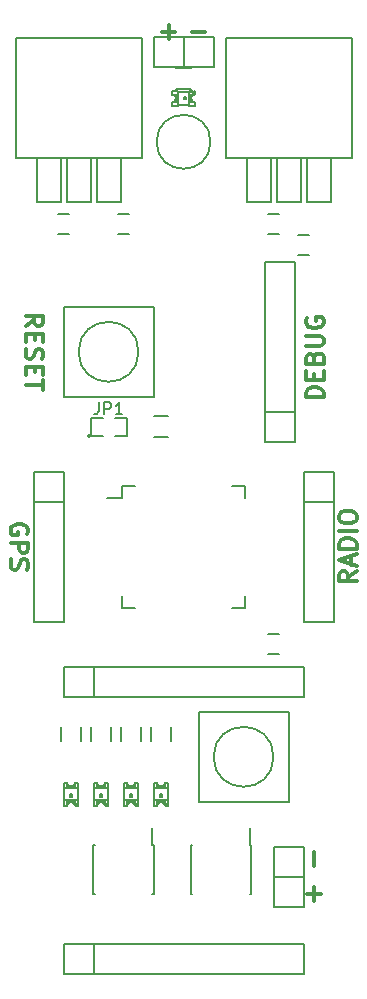
<source format=gto>
%FSLAX46Y46*%
G04 Gerber Fmt 4.6, Leading zero omitted, Abs format (unit mm)*
G04 Created by KiCad (PCBNEW (20140926 BZR5148)-product) date Fri 30 Jan 2015 11:25:53 AM CST*
%MOMM*%
G01*
G04 APERTURE LIST*
%ADD10C,0.100000*%
%ADD11C,0.300000*%
%ADD12C,0.150000*%
G04 APERTURE END LIST*
D10*
D11*
X163429143Y-114617428D02*
X163429143Y-113474571D01*
X163429143Y-117578000D02*
X163429143Y-116435143D01*
X164000571Y-117006572D02*
X162857714Y-117006572D01*
X153098572Y-44049143D02*
X154241429Y-44049143D01*
X150558572Y-44049143D02*
X151701429Y-44049143D01*
X151130000Y-44620571D02*
X151130000Y-43477714D01*
X164254571Y-74985143D02*
X162754571Y-74985143D01*
X162754571Y-74628000D01*
X162826000Y-74413715D01*
X162968857Y-74270857D01*
X163111714Y-74199429D01*
X163397429Y-74128000D01*
X163611714Y-74128000D01*
X163897429Y-74199429D01*
X164040286Y-74270857D01*
X164183143Y-74413715D01*
X164254571Y-74628000D01*
X164254571Y-74985143D01*
X163468857Y-73485143D02*
X163468857Y-72985143D01*
X164254571Y-72770857D02*
X164254571Y-73485143D01*
X162754571Y-73485143D01*
X162754571Y-72770857D01*
X163468857Y-71628000D02*
X163540286Y-71413714D01*
X163611714Y-71342286D01*
X163754571Y-71270857D01*
X163968857Y-71270857D01*
X164111714Y-71342286D01*
X164183143Y-71413714D01*
X164254571Y-71556572D01*
X164254571Y-72128000D01*
X162754571Y-72128000D01*
X162754571Y-71628000D01*
X162826000Y-71485143D01*
X162897429Y-71413714D01*
X163040286Y-71342286D01*
X163183143Y-71342286D01*
X163326000Y-71413714D01*
X163397429Y-71485143D01*
X163468857Y-71628000D01*
X163468857Y-72128000D01*
X162754571Y-70628000D02*
X163968857Y-70628000D01*
X164111714Y-70556572D01*
X164183143Y-70485143D01*
X164254571Y-70342286D01*
X164254571Y-70056572D01*
X164183143Y-69913714D01*
X164111714Y-69842286D01*
X163968857Y-69770857D01*
X162754571Y-69770857D01*
X162826000Y-68270857D02*
X162754571Y-68413714D01*
X162754571Y-68628000D01*
X162826000Y-68842285D01*
X162968857Y-68985143D01*
X163111714Y-69056571D01*
X163397429Y-69128000D01*
X163611714Y-69128000D01*
X163897429Y-69056571D01*
X164040286Y-68985143D01*
X164183143Y-68842285D01*
X164254571Y-68628000D01*
X164254571Y-68485143D01*
X164183143Y-68270857D01*
X164111714Y-68199428D01*
X163611714Y-68199428D01*
X163611714Y-68485143D01*
X139021429Y-68941429D02*
X139735714Y-68441429D01*
X139021429Y-68084286D02*
X140521429Y-68084286D01*
X140521429Y-68655714D01*
X140450000Y-68798572D01*
X140378571Y-68870000D01*
X140235714Y-68941429D01*
X140021429Y-68941429D01*
X139878571Y-68870000D01*
X139807143Y-68798572D01*
X139735714Y-68655714D01*
X139735714Y-68084286D01*
X139807143Y-69584286D02*
X139807143Y-70084286D01*
X139021429Y-70298572D02*
X139021429Y-69584286D01*
X140521429Y-69584286D01*
X140521429Y-70298572D01*
X139092857Y-70870000D02*
X139021429Y-71084286D01*
X139021429Y-71441429D01*
X139092857Y-71584286D01*
X139164286Y-71655715D01*
X139307143Y-71727143D01*
X139450000Y-71727143D01*
X139592857Y-71655715D01*
X139664286Y-71584286D01*
X139735714Y-71441429D01*
X139807143Y-71155715D01*
X139878571Y-71012857D01*
X139950000Y-70941429D01*
X140092857Y-70870000D01*
X140235714Y-70870000D01*
X140378571Y-70941429D01*
X140450000Y-71012857D01*
X140521429Y-71155715D01*
X140521429Y-71512857D01*
X140450000Y-71727143D01*
X139807143Y-72370000D02*
X139807143Y-72870000D01*
X139021429Y-73084286D02*
X139021429Y-72370000D01*
X140521429Y-72370000D01*
X140521429Y-73084286D01*
X140521429Y-73512857D02*
X140521429Y-74370000D01*
X139021429Y-73941429D02*
X140521429Y-73941429D01*
X139180000Y-86558572D02*
X139251429Y-86415715D01*
X139251429Y-86201429D01*
X139180000Y-85987144D01*
X139037143Y-85844286D01*
X138894286Y-85772858D01*
X138608571Y-85701429D01*
X138394286Y-85701429D01*
X138108571Y-85772858D01*
X137965714Y-85844286D01*
X137822857Y-85987144D01*
X137751429Y-86201429D01*
X137751429Y-86344286D01*
X137822857Y-86558572D01*
X137894286Y-86630001D01*
X138394286Y-86630001D01*
X138394286Y-86344286D01*
X137751429Y-87272858D02*
X139251429Y-87272858D01*
X139251429Y-87844286D01*
X139180000Y-87987144D01*
X139108571Y-88058572D01*
X138965714Y-88130001D01*
X138751429Y-88130001D01*
X138608571Y-88058572D01*
X138537143Y-87987144D01*
X138465714Y-87844286D01*
X138465714Y-87272858D01*
X137822857Y-88701429D02*
X137751429Y-88915715D01*
X137751429Y-89272858D01*
X137822857Y-89415715D01*
X137894286Y-89487144D01*
X138037143Y-89558572D01*
X138180000Y-89558572D01*
X138322857Y-89487144D01*
X138394286Y-89415715D01*
X138465714Y-89272858D01*
X138537143Y-88987144D01*
X138608571Y-88844286D01*
X138680000Y-88772858D01*
X138822857Y-88701429D01*
X138965714Y-88701429D01*
X139108571Y-88772858D01*
X139180000Y-88844286D01*
X139251429Y-88987144D01*
X139251429Y-89344286D01*
X139180000Y-89558572D01*
X167048571Y-89701428D02*
X166334286Y-90201428D01*
X167048571Y-90558571D02*
X165548571Y-90558571D01*
X165548571Y-89987143D01*
X165620000Y-89844285D01*
X165691429Y-89772857D01*
X165834286Y-89701428D01*
X166048571Y-89701428D01*
X166191429Y-89772857D01*
X166262857Y-89844285D01*
X166334286Y-89987143D01*
X166334286Y-90558571D01*
X166620000Y-89130000D02*
X166620000Y-88415714D01*
X167048571Y-89272857D02*
X165548571Y-88772857D01*
X167048571Y-88272857D01*
X167048571Y-87772857D02*
X165548571Y-87772857D01*
X165548571Y-87415714D01*
X165620000Y-87201429D01*
X165762857Y-87058571D01*
X165905714Y-86987143D01*
X166191429Y-86915714D01*
X166405714Y-86915714D01*
X166691429Y-86987143D01*
X166834286Y-87058571D01*
X166977143Y-87201429D01*
X167048571Y-87415714D01*
X167048571Y-87772857D01*
X167048571Y-86272857D02*
X165548571Y-86272857D01*
X165548571Y-85272857D02*
X165548571Y-84987143D01*
X165620000Y-84844285D01*
X165762857Y-84701428D01*
X166048571Y-84630000D01*
X166548571Y-84630000D01*
X166834286Y-84701428D01*
X166977143Y-84844285D01*
X167048571Y-84987143D01*
X167048571Y-85272857D01*
X166977143Y-85415714D01*
X166834286Y-85558571D01*
X166548571Y-85630000D01*
X166048571Y-85630000D01*
X165762857Y-85558571D01*
X165620000Y-85415714D01*
X165548571Y-85272857D01*
D12*
X161798000Y-76200000D02*
X161798000Y-63500000D01*
X161798000Y-63500000D02*
X159258000Y-63500000D01*
X159258000Y-63500000D02*
X159258000Y-76200000D01*
X161798000Y-78740000D02*
X161798000Y-76200000D01*
X161798000Y-76200000D02*
X159258000Y-76200000D01*
X161798000Y-78740000D02*
X159258000Y-78740000D01*
X159258000Y-78740000D02*
X159258000Y-76200000D01*
X159520000Y-96735000D02*
X160520000Y-96735000D01*
X160520000Y-95035000D02*
X159520000Y-95035000D01*
X147820000Y-59475000D02*
X146820000Y-59475000D01*
X146820000Y-61175000D02*
X147820000Y-61175000D01*
X162060000Y-62953000D02*
X163060000Y-62953000D01*
X163060000Y-61253000D02*
X162060000Y-61253000D01*
X159520000Y-61175000D02*
X160520000Y-61175000D01*
X160520000Y-59475000D02*
X159520000Y-59475000D01*
X141740000Y-61175000D02*
X142740000Y-61175000D01*
X142740000Y-59475000D02*
X141740000Y-59475000D01*
X150195280Y-109082840D02*
X149870160Y-109082840D01*
X149870160Y-109082840D02*
X149870160Y-109583220D01*
X150195280Y-109583220D02*
X149870160Y-109583220D01*
X150195280Y-109082840D02*
X150195280Y-109583220D01*
X150817580Y-109082840D02*
X150667720Y-109082840D01*
X150667720Y-109082840D02*
X150667720Y-109334300D01*
X150817580Y-109334300D02*
X150667720Y-109334300D01*
X150817580Y-109082840D02*
X150817580Y-109334300D01*
X150322280Y-109082840D02*
X150172420Y-109082840D01*
X150172420Y-109082840D02*
X150172420Y-109334300D01*
X150322280Y-109334300D02*
X150172420Y-109334300D01*
X150322280Y-109082840D02*
X150322280Y-109334300D01*
X150693120Y-109082840D02*
X150296880Y-109082840D01*
X150296880Y-109082840D02*
X150296880Y-109258100D01*
X150693120Y-109258100D02*
X150296880Y-109258100D01*
X150693120Y-109082840D02*
X150693120Y-109258100D01*
X150195280Y-107586780D02*
X149870160Y-107586780D01*
X149870160Y-107586780D02*
X149870160Y-108087160D01*
X150195280Y-108087160D02*
X149870160Y-108087160D01*
X150195280Y-107586780D02*
X150195280Y-108087160D01*
X151119840Y-107586780D02*
X150794720Y-107586780D01*
X150794720Y-107586780D02*
X150794720Y-108087160D01*
X151119840Y-108087160D02*
X150794720Y-108087160D01*
X151119840Y-107586780D02*
X151119840Y-108087160D01*
X150322280Y-107835700D02*
X150172420Y-107835700D01*
X150172420Y-107835700D02*
X150172420Y-108087160D01*
X150322280Y-108087160D02*
X150172420Y-108087160D01*
X150322280Y-107835700D02*
X150322280Y-108087160D01*
X150817580Y-107835700D02*
X150667720Y-107835700D01*
X150667720Y-107835700D02*
X150667720Y-108087160D01*
X150817580Y-108087160D02*
X150667720Y-108087160D01*
X150817580Y-107835700D02*
X150817580Y-108087160D01*
X150693120Y-107911900D02*
X150296880Y-107911900D01*
X150296880Y-107911900D02*
X150296880Y-108087160D01*
X150693120Y-108087160D02*
X150296880Y-108087160D01*
X150693120Y-107911900D02*
X150693120Y-108087160D01*
X150594060Y-108585000D02*
X150395940Y-108585000D01*
X150395940Y-108585000D02*
X150395940Y-108783120D01*
X150594060Y-108783120D02*
X150395940Y-108783120D01*
X150594060Y-108585000D02*
X150594060Y-108783120D01*
X151094440Y-109082840D02*
X150794720Y-109082840D01*
X150794720Y-109082840D02*
X150794720Y-109382560D01*
X151094440Y-109382560D02*
X150794720Y-109382560D01*
X151094440Y-109082840D02*
X151094440Y-109382560D01*
X151119840Y-109509560D02*
X150893780Y-109509560D01*
X150893780Y-109509560D02*
X150893780Y-109583220D01*
X151119840Y-109583220D02*
X150893780Y-109583220D01*
X151119840Y-109509560D02*
X151119840Y-109583220D01*
X149920960Y-109108240D02*
X149920960Y-108061760D01*
X151069040Y-108087160D02*
X151069040Y-109509560D01*
X151016422Y-109433360D02*
G75*
G03X151016422Y-109433360I-71842J0D01*
G74*
G01*
X150842980Y-109583220D02*
G75*
G03X150147020Y-109583220I-347980J0D01*
G74*
G01*
X150147020Y-107586780D02*
G75*
G03X150842980Y-107586780I347980J0D01*
G74*
G01*
X147655280Y-109082840D02*
X147330160Y-109082840D01*
X147330160Y-109082840D02*
X147330160Y-109583220D01*
X147655280Y-109583220D02*
X147330160Y-109583220D01*
X147655280Y-109082840D02*
X147655280Y-109583220D01*
X148277580Y-109082840D02*
X148127720Y-109082840D01*
X148127720Y-109082840D02*
X148127720Y-109334300D01*
X148277580Y-109334300D02*
X148127720Y-109334300D01*
X148277580Y-109082840D02*
X148277580Y-109334300D01*
X147782280Y-109082840D02*
X147632420Y-109082840D01*
X147632420Y-109082840D02*
X147632420Y-109334300D01*
X147782280Y-109334300D02*
X147632420Y-109334300D01*
X147782280Y-109082840D02*
X147782280Y-109334300D01*
X148153120Y-109082840D02*
X147756880Y-109082840D01*
X147756880Y-109082840D02*
X147756880Y-109258100D01*
X148153120Y-109258100D02*
X147756880Y-109258100D01*
X148153120Y-109082840D02*
X148153120Y-109258100D01*
X147655280Y-107586780D02*
X147330160Y-107586780D01*
X147330160Y-107586780D02*
X147330160Y-108087160D01*
X147655280Y-108087160D02*
X147330160Y-108087160D01*
X147655280Y-107586780D02*
X147655280Y-108087160D01*
X148579840Y-107586780D02*
X148254720Y-107586780D01*
X148254720Y-107586780D02*
X148254720Y-108087160D01*
X148579840Y-108087160D02*
X148254720Y-108087160D01*
X148579840Y-107586780D02*
X148579840Y-108087160D01*
X147782280Y-107835700D02*
X147632420Y-107835700D01*
X147632420Y-107835700D02*
X147632420Y-108087160D01*
X147782280Y-108087160D02*
X147632420Y-108087160D01*
X147782280Y-107835700D02*
X147782280Y-108087160D01*
X148277580Y-107835700D02*
X148127720Y-107835700D01*
X148127720Y-107835700D02*
X148127720Y-108087160D01*
X148277580Y-108087160D02*
X148127720Y-108087160D01*
X148277580Y-107835700D02*
X148277580Y-108087160D01*
X148153120Y-107911900D02*
X147756880Y-107911900D01*
X147756880Y-107911900D02*
X147756880Y-108087160D01*
X148153120Y-108087160D02*
X147756880Y-108087160D01*
X148153120Y-107911900D02*
X148153120Y-108087160D01*
X148054060Y-108585000D02*
X147855940Y-108585000D01*
X147855940Y-108585000D02*
X147855940Y-108783120D01*
X148054060Y-108783120D02*
X147855940Y-108783120D01*
X148054060Y-108585000D02*
X148054060Y-108783120D01*
X148554440Y-109082840D02*
X148254720Y-109082840D01*
X148254720Y-109082840D02*
X148254720Y-109382560D01*
X148554440Y-109382560D02*
X148254720Y-109382560D01*
X148554440Y-109082840D02*
X148554440Y-109382560D01*
X148579840Y-109509560D02*
X148353780Y-109509560D01*
X148353780Y-109509560D02*
X148353780Y-109583220D01*
X148579840Y-109583220D02*
X148353780Y-109583220D01*
X148579840Y-109509560D02*
X148579840Y-109583220D01*
X147380960Y-109108240D02*
X147380960Y-108061760D01*
X148529040Y-108087160D02*
X148529040Y-109509560D01*
X148476422Y-109433360D02*
G75*
G03X148476422Y-109433360I-71842J0D01*
G74*
G01*
X148302980Y-109583220D02*
G75*
G03X147607020Y-109583220I-347980J0D01*
G74*
G01*
X147607020Y-107586780D02*
G75*
G03X148302980Y-107586780I347980J0D01*
G74*
G01*
X145115280Y-109082840D02*
X144790160Y-109082840D01*
X144790160Y-109082840D02*
X144790160Y-109583220D01*
X145115280Y-109583220D02*
X144790160Y-109583220D01*
X145115280Y-109082840D02*
X145115280Y-109583220D01*
X145737580Y-109082840D02*
X145587720Y-109082840D01*
X145587720Y-109082840D02*
X145587720Y-109334300D01*
X145737580Y-109334300D02*
X145587720Y-109334300D01*
X145737580Y-109082840D02*
X145737580Y-109334300D01*
X145242280Y-109082840D02*
X145092420Y-109082840D01*
X145092420Y-109082840D02*
X145092420Y-109334300D01*
X145242280Y-109334300D02*
X145092420Y-109334300D01*
X145242280Y-109082840D02*
X145242280Y-109334300D01*
X145613120Y-109082840D02*
X145216880Y-109082840D01*
X145216880Y-109082840D02*
X145216880Y-109258100D01*
X145613120Y-109258100D02*
X145216880Y-109258100D01*
X145613120Y-109082840D02*
X145613120Y-109258100D01*
X145115280Y-107586780D02*
X144790160Y-107586780D01*
X144790160Y-107586780D02*
X144790160Y-108087160D01*
X145115280Y-108087160D02*
X144790160Y-108087160D01*
X145115280Y-107586780D02*
X145115280Y-108087160D01*
X146039840Y-107586780D02*
X145714720Y-107586780D01*
X145714720Y-107586780D02*
X145714720Y-108087160D01*
X146039840Y-108087160D02*
X145714720Y-108087160D01*
X146039840Y-107586780D02*
X146039840Y-108087160D01*
X145242280Y-107835700D02*
X145092420Y-107835700D01*
X145092420Y-107835700D02*
X145092420Y-108087160D01*
X145242280Y-108087160D02*
X145092420Y-108087160D01*
X145242280Y-107835700D02*
X145242280Y-108087160D01*
X145737580Y-107835700D02*
X145587720Y-107835700D01*
X145587720Y-107835700D02*
X145587720Y-108087160D01*
X145737580Y-108087160D02*
X145587720Y-108087160D01*
X145737580Y-107835700D02*
X145737580Y-108087160D01*
X145613120Y-107911900D02*
X145216880Y-107911900D01*
X145216880Y-107911900D02*
X145216880Y-108087160D01*
X145613120Y-108087160D02*
X145216880Y-108087160D01*
X145613120Y-107911900D02*
X145613120Y-108087160D01*
X145514060Y-108585000D02*
X145315940Y-108585000D01*
X145315940Y-108585000D02*
X145315940Y-108783120D01*
X145514060Y-108783120D02*
X145315940Y-108783120D01*
X145514060Y-108585000D02*
X145514060Y-108783120D01*
X146014440Y-109082840D02*
X145714720Y-109082840D01*
X145714720Y-109082840D02*
X145714720Y-109382560D01*
X146014440Y-109382560D02*
X145714720Y-109382560D01*
X146014440Y-109082840D02*
X146014440Y-109382560D01*
X146039840Y-109509560D02*
X145813780Y-109509560D01*
X145813780Y-109509560D02*
X145813780Y-109583220D01*
X146039840Y-109583220D02*
X145813780Y-109583220D01*
X146039840Y-109509560D02*
X146039840Y-109583220D01*
X144840960Y-109108240D02*
X144840960Y-108061760D01*
X145989040Y-108087160D02*
X145989040Y-109509560D01*
X145936422Y-109433360D02*
G75*
G03X145936422Y-109433360I-71842J0D01*
G74*
G01*
X145762980Y-109583220D02*
G75*
G03X145067020Y-109583220I-347980J0D01*
G74*
G01*
X145067020Y-107586780D02*
G75*
G03X145762980Y-107586780I347980J0D01*
G74*
G01*
X142575280Y-109082840D02*
X142250160Y-109082840D01*
X142250160Y-109082840D02*
X142250160Y-109583220D01*
X142575280Y-109583220D02*
X142250160Y-109583220D01*
X142575280Y-109082840D02*
X142575280Y-109583220D01*
X143197580Y-109082840D02*
X143047720Y-109082840D01*
X143047720Y-109082840D02*
X143047720Y-109334300D01*
X143197580Y-109334300D02*
X143047720Y-109334300D01*
X143197580Y-109082840D02*
X143197580Y-109334300D01*
X142702280Y-109082840D02*
X142552420Y-109082840D01*
X142552420Y-109082840D02*
X142552420Y-109334300D01*
X142702280Y-109334300D02*
X142552420Y-109334300D01*
X142702280Y-109082840D02*
X142702280Y-109334300D01*
X143073120Y-109082840D02*
X142676880Y-109082840D01*
X142676880Y-109082840D02*
X142676880Y-109258100D01*
X143073120Y-109258100D02*
X142676880Y-109258100D01*
X143073120Y-109082840D02*
X143073120Y-109258100D01*
X142575280Y-107586780D02*
X142250160Y-107586780D01*
X142250160Y-107586780D02*
X142250160Y-108087160D01*
X142575280Y-108087160D02*
X142250160Y-108087160D01*
X142575280Y-107586780D02*
X142575280Y-108087160D01*
X143499840Y-107586780D02*
X143174720Y-107586780D01*
X143174720Y-107586780D02*
X143174720Y-108087160D01*
X143499840Y-108087160D02*
X143174720Y-108087160D01*
X143499840Y-107586780D02*
X143499840Y-108087160D01*
X142702280Y-107835700D02*
X142552420Y-107835700D01*
X142552420Y-107835700D02*
X142552420Y-108087160D01*
X142702280Y-108087160D02*
X142552420Y-108087160D01*
X142702280Y-107835700D02*
X142702280Y-108087160D01*
X143197580Y-107835700D02*
X143047720Y-107835700D01*
X143047720Y-107835700D02*
X143047720Y-108087160D01*
X143197580Y-108087160D02*
X143047720Y-108087160D01*
X143197580Y-107835700D02*
X143197580Y-108087160D01*
X143073120Y-107911900D02*
X142676880Y-107911900D01*
X142676880Y-107911900D02*
X142676880Y-108087160D01*
X143073120Y-108087160D02*
X142676880Y-108087160D01*
X143073120Y-107911900D02*
X143073120Y-108087160D01*
X142974060Y-108585000D02*
X142775940Y-108585000D01*
X142775940Y-108585000D02*
X142775940Y-108783120D01*
X142974060Y-108783120D02*
X142775940Y-108783120D01*
X142974060Y-108585000D02*
X142974060Y-108783120D01*
X143474440Y-109082840D02*
X143174720Y-109082840D01*
X143174720Y-109082840D02*
X143174720Y-109382560D01*
X143474440Y-109382560D02*
X143174720Y-109382560D01*
X143474440Y-109082840D02*
X143474440Y-109382560D01*
X143499840Y-109509560D02*
X143273780Y-109509560D01*
X143273780Y-109509560D02*
X143273780Y-109583220D01*
X143499840Y-109583220D02*
X143273780Y-109583220D01*
X143499840Y-109509560D02*
X143499840Y-109583220D01*
X142300960Y-109108240D02*
X142300960Y-108061760D01*
X143449040Y-108087160D02*
X143449040Y-109509560D01*
X143396422Y-109433360D02*
G75*
G03X143396422Y-109433360I-71842J0D01*
G74*
G01*
X143222980Y-109583220D02*
G75*
G03X142527020Y-109583220I-347980J0D01*
G74*
G01*
X142527020Y-107586780D02*
G75*
G03X143222980Y-107586780I347980J0D01*
G74*
G01*
X152897840Y-49956720D02*
X152897840Y-50281840D01*
X152897840Y-50281840D02*
X153398220Y-50281840D01*
X153398220Y-49956720D02*
X153398220Y-50281840D01*
X152897840Y-49956720D02*
X153398220Y-49956720D01*
X152897840Y-49334420D02*
X152897840Y-49484280D01*
X152897840Y-49484280D02*
X153149300Y-49484280D01*
X153149300Y-49334420D02*
X153149300Y-49484280D01*
X152897840Y-49334420D02*
X153149300Y-49334420D01*
X152897840Y-49829720D02*
X152897840Y-49979580D01*
X152897840Y-49979580D02*
X153149300Y-49979580D01*
X153149300Y-49829720D02*
X153149300Y-49979580D01*
X152897840Y-49829720D02*
X153149300Y-49829720D01*
X152897840Y-49458880D02*
X152897840Y-49855120D01*
X152897840Y-49855120D02*
X153073100Y-49855120D01*
X153073100Y-49458880D02*
X153073100Y-49855120D01*
X152897840Y-49458880D02*
X153073100Y-49458880D01*
X151401780Y-49956720D02*
X151401780Y-50281840D01*
X151401780Y-50281840D02*
X151902160Y-50281840D01*
X151902160Y-49956720D02*
X151902160Y-50281840D01*
X151401780Y-49956720D02*
X151902160Y-49956720D01*
X151401780Y-49032160D02*
X151401780Y-49357280D01*
X151401780Y-49357280D02*
X151902160Y-49357280D01*
X151902160Y-49032160D02*
X151902160Y-49357280D01*
X151401780Y-49032160D02*
X151902160Y-49032160D01*
X151650700Y-49829720D02*
X151650700Y-49979580D01*
X151650700Y-49979580D02*
X151902160Y-49979580D01*
X151902160Y-49829720D02*
X151902160Y-49979580D01*
X151650700Y-49829720D02*
X151902160Y-49829720D01*
X151650700Y-49334420D02*
X151650700Y-49484280D01*
X151650700Y-49484280D02*
X151902160Y-49484280D01*
X151902160Y-49334420D02*
X151902160Y-49484280D01*
X151650700Y-49334420D02*
X151902160Y-49334420D01*
X151726900Y-49458880D02*
X151726900Y-49855120D01*
X151726900Y-49855120D02*
X151902160Y-49855120D01*
X151902160Y-49458880D02*
X151902160Y-49855120D01*
X151726900Y-49458880D02*
X151902160Y-49458880D01*
X152400000Y-49557940D02*
X152400000Y-49756060D01*
X152400000Y-49756060D02*
X152598120Y-49756060D01*
X152598120Y-49557940D02*
X152598120Y-49756060D01*
X152400000Y-49557940D02*
X152598120Y-49557940D01*
X152897840Y-49057560D02*
X152897840Y-49357280D01*
X152897840Y-49357280D02*
X153197560Y-49357280D01*
X153197560Y-49057560D02*
X153197560Y-49357280D01*
X152897840Y-49057560D02*
X153197560Y-49057560D01*
X153324560Y-49032160D02*
X153324560Y-49258220D01*
X153324560Y-49258220D02*
X153398220Y-49258220D01*
X153398220Y-49032160D02*
X153398220Y-49258220D01*
X153324560Y-49032160D02*
X153398220Y-49032160D01*
X152923240Y-50231040D02*
X151876760Y-50231040D01*
X151902160Y-49082960D02*
X153324560Y-49082960D01*
X153320202Y-49207420D02*
G75*
G03X153320202Y-49207420I-71842J0D01*
G74*
G01*
X153398220Y-49309020D02*
G75*
G03X153398220Y-50004980I0J-347980D01*
G74*
G01*
X151401780Y-50004980D02*
G75*
G03X151401780Y-49309020I0J347980D01*
G74*
G01*
X144526000Y-78232000D02*
G75*
G03X144526000Y-78232000I-127000J0D01*
G74*
G01*
X145542000Y-78232000D02*
X144526000Y-78232000D01*
X144526000Y-78232000D02*
X144526000Y-76708000D01*
X144526000Y-76708000D02*
X145542000Y-76708000D01*
X146558000Y-76708000D02*
X147574000Y-76708000D01*
X147574000Y-76708000D02*
X147574000Y-78232000D01*
X147574000Y-78232000D02*
X146558000Y-78232000D01*
X152400000Y-46990000D02*
X152400000Y-44450000D01*
X149860000Y-46990000D02*
X149860000Y-44450000D01*
X149860000Y-44450000D02*
X152400000Y-44450000D01*
X152400000Y-44450000D02*
X154940000Y-44450000D01*
X154940000Y-44450000D02*
X154940000Y-46990000D01*
X154940000Y-46990000D02*
X149860000Y-46990000D01*
X162560000Y-115570000D02*
X160020000Y-115570000D01*
X162560000Y-118110000D02*
X160020000Y-118110000D01*
X160020000Y-118110000D02*
X160020000Y-115570000D01*
X160020000Y-115570000D02*
X160020000Y-113030000D01*
X160020000Y-113030000D02*
X162560000Y-113030000D01*
X162560000Y-113030000D02*
X162560000Y-118110000D01*
X144780000Y-123825000D02*
X162560000Y-123825000D01*
X162560000Y-123825000D02*
X162560000Y-121285000D01*
X162560000Y-121285000D02*
X144780000Y-121285000D01*
X142240000Y-123825000D02*
X144780000Y-123825000D01*
X144780000Y-123825000D02*
X144780000Y-121285000D01*
X142240000Y-123825000D02*
X142240000Y-121285000D01*
X142240000Y-121285000D02*
X144780000Y-121285000D01*
X149895000Y-112860000D02*
X149750000Y-112860000D01*
X149895000Y-117010000D02*
X149750000Y-117010000D01*
X144745000Y-117010000D02*
X144890000Y-117010000D01*
X144745000Y-112860000D02*
X144890000Y-112860000D01*
X149895000Y-112860000D02*
X149895000Y-117010000D01*
X144745000Y-112860000D02*
X144745000Y-117010000D01*
X149750000Y-112860000D02*
X149750000Y-111460000D01*
X158150000Y-112860000D02*
X158005000Y-112860000D01*
X158150000Y-117010000D02*
X158005000Y-117010000D01*
X153000000Y-117010000D02*
X153145000Y-117010000D01*
X153000000Y-112860000D02*
X153145000Y-112860000D01*
X158150000Y-112860000D02*
X158150000Y-117010000D01*
X153000000Y-112860000D02*
X153000000Y-117010000D01*
X158005000Y-112860000D02*
X158005000Y-111460000D01*
X149620000Y-104105000D02*
X149620000Y-102905000D01*
X151370000Y-102905000D02*
X151370000Y-104105000D01*
X147080000Y-104105000D02*
X147080000Y-102905000D01*
X148830000Y-102905000D02*
X148830000Y-104105000D01*
X144540000Y-104105000D02*
X144540000Y-102905000D01*
X146290000Y-102905000D02*
X146290000Y-104105000D01*
X142000000Y-104105000D02*
X142000000Y-102905000D01*
X143750000Y-102905000D02*
X143750000Y-104105000D01*
X151095000Y-78345000D02*
X149895000Y-78345000D01*
X149895000Y-76595000D02*
X151095000Y-76595000D01*
X153000000Y-48881000D02*
X151800000Y-48881000D01*
X151800000Y-47131000D02*
X153000000Y-47131000D01*
X160020000Y-105410000D02*
G75*
G03X160020000Y-105410000I-2540000J0D01*
G74*
G01*
X153670000Y-101600000D02*
X161290000Y-101600000D01*
X161290000Y-101600000D02*
X161290000Y-109220000D01*
X161290000Y-109220000D02*
X153670000Y-109220000D01*
X153670000Y-101600000D02*
X153670000Y-109220000D01*
X148590000Y-71120000D02*
G75*
G03X148590000Y-71120000I-2540000J0D01*
G74*
G01*
X142240000Y-67310000D02*
X149860000Y-67310000D01*
X149860000Y-67310000D02*
X149860000Y-74930000D01*
X149860000Y-74930000D02*
X142240000Y-74930000D01*
X142240000Y-67310000D02*
X142240000Y-74930000D01*
X147225000Y-82455000D02*
X147225000Y-83505000D01*
X157575000Y-82455000D02*
X157575000Y-83505000D01*
X157575000Y-92805000D02*
X157575000Y-91755000D01*
X147225000Y-92805000D02*
X147225000Y-91755000D01*
X147225000Y-82455000D02*
X148275000Y-82455000D01*
X147225000Y-92805000D02*
X148275000Y-92805000D01*
X157575000Y-92805000D02*
X156525000Y-92805000D01*
X157575000Y-82455000D02*
X156525000Y-82455000D01*
X147225000Y-83505000D02*
X145950000Y-83505000D01*
X145034000Y-54737000D02*
X145034000Y-58420000D01*
X145034000Y-58420000D02*
X147066000Y-58420000D01*
X147066000Y-58420000D02*
X147066000Y-54737000D01*
X142494000Y-54737000D02*
X142494000Y-58420000D01*
X142494000Y-58420000D02*
X144526000Y-58420000D01*
X144526000Y-58420000D02*
X144526000Y-54737000D01*
X139954000Y-54737000D02*
X139954000Y-58420000D01*
X139954000Y-58420000D02*
X141986000Y-58420000D01*
X141986000Y-58420000D02*
X141986000Y-54737000D01*
X138176000Y-54737000D02*
X148844000Y-54737000D01*
X148844000Y-54737000D02*
X148844000Y-44577000D01*
X148844000Y-44577000D02*
X138176000Y-44577000D01*
X138176000Y-44577000D02*
X138176000Y-54737000D01*
X162814000Y-54737000D02*
X162814000Y-58420000D01*
X162814000Y-58420000D02*
X164846000Y-58420000D01*
X164846000Y-58420000D02*
X164846000Y-54737000D01*
X160274000Y-54737000D02*
X160274000Y-58420000D01*
X160274000Y-58420000D02*
X162306000Y-58420000D01*
X162306000Y-58420000D02*
X162306000Y-54737000D01*
X157734000Y-54737000D02*
X157734000Y-58420000D01*
X157734000Y-58420000D02*
X159766000Y-58420000D01*
X159766000Y-58420000D02*
X159766000Y-54737000D01*
X155956000Y-54737000D02*
X166624000Y-54737000D01*
X166624000Y-54737000D02*
X166624000Y-44577000D01*
X166624000Y-44577000D02*
X155956000Y-44577000D01*
X155956000Y-44577000D02*
X155956000Y-54737000D01*
X139700000Y-83820000D02*
X139700000Y-93980000D01*
X139700000Y-93980000D02*
X142240000Y-93980000D01*
X142240000Y-93980000D02*
X142240000Y-83820000D01*
X139700000Y-81280000D02*
X139700000Y-83820000D01*
X139700000Y-83820000D02*
X142240000Y-83820000D01*
X139700000Y-81280000D02*
X142240000Y-81280000D01*
X142240000Y-81280000D02*
X142240000Y-83820000D01*
X162560000Y-83820000D02*
X162560000Y-93980000D01*
X162560000Y-93980000D02*
X165100000Y-93980000D01*
X165100000Y-93980000D02*
X165100000Y-83820000D01*
X162560000Y-81280000D02*
X162560000Y-83820000D01*
X162560000Y-83820000D02*
X165100000Y-83820000D01*
X162560000Y-81280000D02*
X165100000Y-81280000D01*
X165100000Y-81280000D02*
X165100000Y-83820000D01*
X144780000Y-100330000D02*
X162560000Y-100330000D01*
X162560000Y-100330000D02*
X162560000Y-97790000D01*
X162560000Y-97790000D02*
X144780000Y-97790000D01*
X142240000Y-100330000D02*
X144780000Y-100330000D01*
X144780000Y-100330000D02*
X144780000Y-97790000D01*
X142240000Y-100330000D02*
X142240000Y-97790000D01*
X142240000Y-97790000D02*
X144780000Y-97790000D01*
X154686000Y-53340000D02*
G75*
G03X154686000Y-53340000I-2286000J0D01*
G74*
G01*
X145216667Y-75398381D02*
X145216667Y-76112667D01*
X145169047Y-76255524D01*
X145073809Y-76350762D01*
X144930952Y-76398381D01*
X144835714Y-76398381D01*
X145692857Y-76398381D02*
X145692857Y-75398381D01*
X146073810Y-75398381D01*
X146169048Y-75446000D01*
X146216667Y-75493619D01*
X146264286Y-75588857D01*
X146264286Y-75731714D01*
X146216667Y-75826952D01*
X146169048Y-75874571D01*
X146073810Y-75922190D01*
X145692857Y-75922190D01*
X147216667Y-76398381D02*
X146645238Y-76398381D01*
X146930952Y-76398381D02*
X146930952Y-75398381D01*
X146835714Y-75541238D01*
X146740476Y-75636476D01*
X146645238Y-75684095D01*
M02*

</source>
